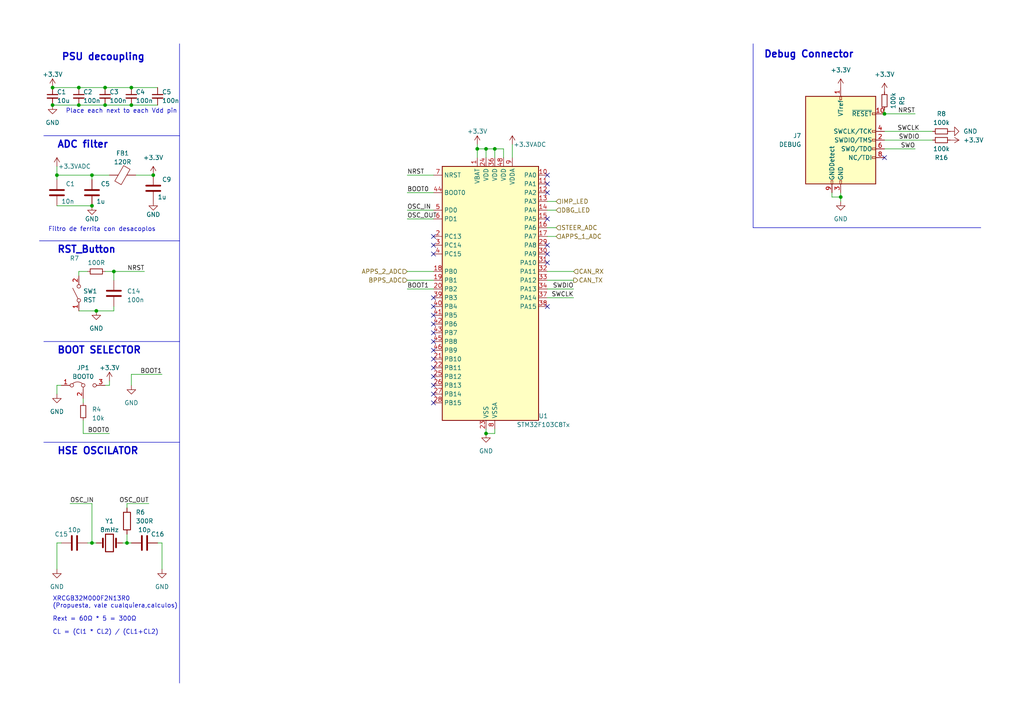
<source format=kicad_sch>
(kicad_sch (version 20231120) (generator "eeschema") (generator_version "8.0")
  (paper "A4")
  (lib_symbols
    (symbol "Connector:Conn_ARM_JTAG_SWD_10" (pin_names (offset 1.016))
      (property "Reference" "J" (at -2.54 16.51 0))
      (property "Value" "Conn_ARM_JTAG_SWD_10" (at -2.54 13.97 0))
      (symbol "Conn_ARM_JTAG_SWD_10_0_1"
        (rectangle (start -10.16 12.7) (end 10.16 -12.7) (stroke (width 0.254)) (fill (type background)))
        (rectangle (start -2.794 -12.7) (end -2.286 -11.684))
        (rectangle (start -0.254 -12.7) (end 0.254 -11.684))
        (rectangle (start -0.254 12.7) (end 0.254 11.684))
        (rectangle (start 9.144 2.286) (end 10.16 2.794))
        (rectangle (start 10.16 -2.794) (end 9.144 -2.286))
        (rectangle (start 10.16 -0.254) (end 9.144 0.254))
        (rectangle (start 10.16 7.874) (end 9.144 7.366))
      )
      (symbol "Conn_ARM_JTAG_SWD_10_1_1"
        (rectangle (start 9.144 -5.334) (end 10.16 -4.826))
        (pin power_in line (at 0 15.24 270) (length 2.54) (name "VTref") (number "1"))
        (pin open_collector line (at 12.7 7.62 180) (length 2.54) (name "~{RESET}") (number "10"))
        (pin bidirectional line (at 12.7 0 180) (length 2.54) (name "SWDIO/TMS") (number "2"))
        (pin power_in line (at 0 -15.24 90) (length 2.54) (name "GND") (number "3"))
        (pin output line (at 12.7 2.54 180) (length 2.54) (name "SWCLK/TCK") (number "4"))
        (pin passive line (at 0 -15.24 90) (length 2.54) hide (name "GND") (number "5"))
        (pin input line (at 12.7 -2.54 180) (length 2.54) (name "SWO/TDO") (number "6"))
        (pin no_connect line (at -10.16 0 0) (length 2.54) hide (name "KEY") (number "7"))
        (pin output line (at 12.7 -5.08 180) (length 2.54) (name "NC/TDI") (number "8"))
        (pin passive line (at -2.54 -15.24 90) (length 2.54) (name "GNDDetect") (number "9"))
      )
    )
    (symbol "Device:C" (pin_numbers hide) (pin_names (offset 0.254))
      (property "Reference" "C" (at 0.635 2.54 0))
      (property "Value" "C" (at 0.635 -2.54 0))
      (symbol "C_0_1"
        (polyline (pts (xy -2.032 -0.762) (xy 2.032 -0.762)) (stroke (width 0.508)))
        (polyline (pts (xy -2.032 0.762) (xy 2.032 0.762)) (stroke (width 0.508)))
      )
      (symbol "C_1_1"
        (pin passive line (at 0 3.81 270) (length 2.794) (name "~") (number "1"))
        (pin passive line (at 0 -3.81 90) (length 2.794) (name "~") (number "2"))
      )
    )
    (symbol "Device:C_Small" (pin_numbers hide) (pin_names (offset 0.254) hide)
      (property "Reference" "C" (at 0.254 1.778 0))
      (property "Value" "C_Small" (at 0.254 -2.032 0))
      (symbol "C_Small_0_1"
        (polyline (pts (xy -1.524 -0.508) (xy 1.524 -0.508)) (stroke (width 0.3302)))
        (polyline (pts (xy -1.524 0.508) (xy 1.524 0.508)) (stroke (width 0.3048)))
      )
      (symbol "C_Small_1_1"
        (pin passive line (at 0 2.54 270) (length 2.032) (name "~") (number "1"))
        (pin passive line (at 0 -2.54 90) (length 2.032) (name "~") (number "2"))
      )
    )
    (symbol "Device:Crystal" (pin_numbers hide) (pin_names (offset 1.016) hide)
      (property "Reference" "Y" (at 0 3.81 0))
      (property "Value" "Crystal" (at 0 -3.81 0))
      (symbol "Crystal_0_1"
        (rectangle (start -1.143 2.54) (end 1.143 -2.54) (stroke (width 0.3048)))
        (polyline (pts (xy -2.54 0) (xy -1.905 0)))
        (polyline (pts (xy -1.905 -1.27) (xy -1.905 1.27)) (stroke (width 0.508)))
        (polyline (pts (xy 1.905 -1.27) (xy 1.905 1.27)) (stroke (width 0.508)))
        (polyline (pts (xy 2.54 0) (xy 1.905 0)))
      )
      (symbol "Crystal_1_1"
        (pin passive line (at -3.81 0 0) (length 1.27) (name "1") (number "1"))
        (pin passive line (at 3.81 0 180) (length 1.27) (name "2") (number "2"))
      )
    )
    (symbol "Device:FerriteBead" (pin_numbers hide) (pin_names (offset 0))
      (property "Reference" "FB" (at -3.81 0.635 90))
      (property "Value" "FerriteBead" (at 3.81 0 90))
      (symbol "FerriteBead_0_1"
        (polyline (pts (xy 0 -1.27) (xy 0 -1.2192)))
        (polyline (pts (xy 0 1.27) (xy 0 1.2954)))
        (polyline (pts (xy -2.7686 0.4064) (xy -1.7018 2.2606) (xy 2.7686 -0.3048) (xy 1.6764 -2.159) (xy -2.7686 0.4064)))
      )
      (symbol "FerriteBead_1_1"
        (pin passive line (at 0 3.81 270) (length 2.54) (name "~") (number "1"))
        (pin passive line (at 0 -3.81 90) (length 2.54) (name "~") (number "2"))
      )
    )
    (symbol "Device:R" (pin_numbers hide) (pin_names (offset 0))
      (property "Reference" "R" (at 2.032 0 90))
      (property "Value" "R" (at 0 0 90))
      (symbol "R_0_1"
        (rectangle (start -1.016 -2.54) (end 1.016 2.54) (stroke (width 0.254)))
      )
      (symbol "R_1_1"
        (pin passive line (at 0 3.81 270) (length 1.27) (name "~") (number "1"))
        (pin passive line (at 0 -3.81 90) (length 1.27) (name "~") (number "2"))
      )
    )
    (symbol "Device:R_Small" (pin_numbers hide) (pin_names (offset 0.254) hide)
      (property "Reference" "R" (at 0.762 0.508 0))
      (property "Value" "R_Small" (at 0.762 -1.016 0))
      (symbol "R_Small_0_1"
        (rectangle (start -0.762 1.778) (end 0.762 -1.778) (stroke (width 0.2032)))
      )
      (symbol "R_Small_1_1"
        (pin passive line (at 0 2.54 270) (length 0.762) (name "~") (number "1"))
        (pin passive line (at 0 -2.54 90) (length 0.762) (name "~") (number "2"))
      )
    )
    (symbol "GND_1" (power) (pin_names (offset 0))
      (property "Value" "GND_1" (at 0 -3.81 0))
      (symbol "GND_1_0_1"
        (polyline (pts (xy 0 0) (xy 0 -1.27) (xy 1.27 -1.27) (xy 0 -2.54) (xy -1.27 -1.27) (xy 0 -1.27)))
      )
      (symbol "GND_1_1_1"
        (pin power_in line (at 0 0 270) (length 0) hide (name "GND") (number "1"))
      )
    )
    (symbol "Jumper:Jumper_3_Bridged12" (pin_names (offset 0) hide)
      (property "Reference" "JP" (at -2.54 -2.54 0))
      (property "Value" "Jumper_3_Bridged12" (at 0 2.794 0))
      (symbol "Jumper_3_Bridged12_0_0"
        (circle (center -3.302 0) (radius 0.508))
        (circle (center 0 0) (radius 0.508))
        (circle (center 3.302 0) (radius 0.508))
      )
      (symbol "Jumper_3_Bridged12_0_1"
        (arc (start -0.254 0.508) (mid -1.651 0.9912) (end -3.048 0.508))
        (polyline (pts (xy 0 -1.27) (xy 0 -0.508)))
      )
      (symbol "Jumper_3_Bridged12_1_1"
        (pin passive line (at -6.35 0 0) (length 2.54) (name "A") (number "1"))
        (pin passive line (at 0 -3.81 90) (length 2.54) (name "C") (number "2"))
        (pin passive line (at 6.35 0 180) (length 2.54) (name "B") (number "3"))
      )
    )
    (symbol "MCU_ST_STM32F1:STM32F103C8Tx"
      (property "Reference" "U" (at -12.7 39.37 0))
      (property "Value" "STM32F103C8Tx" (at 10.16 39.37 0))
      (symbol "STM32F103C8Tx_0_1"
        (rectangle (start -12.7 -35.56) (end 15.24 38.1) (stroke (width 0.254)) (fill (type background)))
      )
      (symbol "STM32F103C8Tx_1_1"
        (pin power_in line (at -2.54 40.64 270) (length 2.54) (name "VBAT") (number "1"))
        (pin bidirectional line (at 17.78 35.56 180) (length 2.54) (name "PA0") (number "10"))
        (pin bidirectional line (at 17.78 33.02 180) (length 2.54) (name "PA1") (number "11"))
        (pin bidirectional line (at 17.78 30.48 180) (length 2.54) (name "PA2") (number "12"))
        (pin bidirectional line (at 17.78 27.94 180) (length 2.54) (name "PA3") (number "13"))
        (pin bidirectional line (at 17.78 25.4 180) (length 2.54) (name "PA4") (number "14"))
        (pin bidirectional line (at 17.78 22.86 180) (length 2.54) (name "PA5") (number "15"))
        (pin bidirectional line (at 17.78 20.32 180) (length 2.54) (name "PA6") (number "16"))
        (pin bidirectional line (at 17.78 17.78 180) (length 2.54) (name "PA7") (number "17"))
        (pin bidirectional line (at -15.24 7.62 0) (length 2.54) (name "PB0") (number "18"))
        (pin bidirectional line (at -15.24 5.08 0) (length 2.54) (name "PB1") (number "19"))
        (pin bidirectional line (at -15.24 17.78 0) (length 2.54) (name "PC13") (number "2"))
        (pin bidirectional line (at -15.24 2.54 0) (length 2.54) (name "PB2") (number "20"))
        (pin bidirectional line (at -15.24 -17.78 0) (length 2.54) (name "PB10") (number "21"))
        (pin bidirectional line (at -15.24 -20.32 0) (length 2.54) (name "PB11") (number "22"))
        (pin power_in line (at 0 -38.1 90) (length 2.54) (name "VSS") (number "23"))
        (pin power_in line (at 0 40.64 270) (length 2.54) (name "VDD") (number "24"))
        (pin bidirectional line (at -15.24 -22.86 0) (length 2.54) (name "PB12") (number "25"))
        (pin bidirectional line (at -15.24 -25.4 0) (length 2.54) (name "PB13") (number "26"))
        (pin bidirectional line (at -15.24 -27.94 0) (length 2.54) (name "PB14") (number "27"))
        (pin bidirectional line (at -15.24 -30.48 0) (length 2.54) (name "PB15") (number "28"))
        (pin bidirectional line (at 17.78 15.24 180) (length 2.54) (name "PA8") (number "29"))
        (pin bidirectional line (at -15.24 15.24 0) (length 2.54) (name "PC14") (number "3"))
        (pin bidirectional line (at 17.78 12.7 180) (length 2.54) (name "PA9") (number "30"))
        (pin bidirectional line (at 17.78 10.16 180) (length 2.54) (name "PA10") (number "31"))
        (pin bidirectional line (at 17.78 7.62 180) (length 2.54) (name "PA11") (number "32"))
        (pin bidirectional line (at 17.78 5.08 180) (length 2.54) (name "PA12") (number "33"))
        (pin bidirectional line (at 17.78 2.54 180) (length 2.54) (name "PA13") (number "34"))
        (pin passive line (at 0 -38.1 90) (length 2.54) hide (name "VSS") (number "35"))
        (pin power_in line (at 2.54 40.64 270) (length 2.54) (name "VDD") (number "36"))
        (pin bidirectional line (at 17.78 0 180) (length 2.54) (name "PA14") (number "37"))
        (pin bidirectional line (at 17.78 -2.54 180) (length 2.54) (name "PA15") (number "38"))
        (pin bidirectional line (at -15.24 0 0) (length 2.54) (name "PB3") (number "39"))
        (pin bidirectional line (at -15.24 12.7 0) (length 2.54) (name "PC15") (number "4"))
        (pin bidirectional line (at -15.24 -2.54 0) (length 2.54) (name "PB4") (number "40"))
        (pin bidirectional line (at -15.24 -5.08 0) (length 2.54) (name "PB5") (number "41"))
        (pin bidirectional line (at -15.24 -7.62 0) (length 2.54) (name "PB6") (number "42"))
        (pin bidirectional line (at -15.24 -10.16 0) (length 2.54) (name "PB7") (number "43"))
        (pin input line (at -15.24 30.48 0) (length 2.54) (name "BOOT0") (number "44"))
        (pin bidirectional line (at -15.24 -12.7 0) (length 2.54) (name "PB8") (number "45"))
        (pin bidirectional line (at -15.24 -15.24 0) (length 2.54) (name "PB9") (number "46"))
        (pin passive line (at 0 -38.1 90) (length 2.54) hide (name "VSS") (number "47"))
        (pin power_in line (at 5.08 40.64 270) (length 2.54) (name "VDD") (number "48"))
        (pin bidirectional line (at -15.24 25.4 0) (length 2.54) (name "PD0") (number "5"))
        (pin bidirectional line (at -15.24 22.86 0) (length 2.54) (name "PD1") (number "6"))
        (pin input line (at -15.24 35.56 0) (length 2.54) (name "NRST") (number "7"))
        (pin power_in line (at 2.54 -38.1 90) (length 2.54) (name "VSSA") (number "8"))
        (pin power_in line (at 7.62 40.64 270) (length 2.54) (name "VDDA") (number "9"))
      )
    )
    (symbol "Switch:SW_SPST" (pin_names (offset 0) hide)
      (property "Reference" "SW" (at 0 3.175 0))
      (property "Value" "SW_SPST" (at 0 -2.54 0))
      (symbol "SW_SPST_0_0"
        (circle (center -2.032 0) (radius 0.508))
        (polyline (pts (xy -1.524 0.254) (xy 1.524 1.778)))
        (circle (center 2.032 0) (radius 0.508))
      )
      (symbol "SW_SPST_1_1"
        (pin passive line (at -5.08 0 0) (length 2.54) (name "A") (number "1"))
        (pin passive line (at 5.08 0 180) (length 2.54) (name "B") (number "2"))
      )
    )
    (symbol "power:+3.3V" (power) (pin_names (offset 0))
      (property "Value" "+3.3V" (at 0 3.556 0))
      (symbol "+3.3V_0_1"
        (polyline (pts (xy -0.762 1.27) (xy 0 2.54)))
        (polyline (pts (xy 0 0) (xy 0 2.54)))
        (polyline (pts (xy 0 2.54) (xy 0.762 1.27)))
      )
      (symbol "+3.3V_1_1"
        (pin power_in line (at 0 0 90) (length 0) hide (name "+3.3V") (number "1"))
      )
    )
    (symbol "power:+3.3VADC" (power) (pin_numbers hide) (pin_names (offset 0) hide)
      (property "Value" "+3.3VADC" (at 0 2.54 0))
      (symbol "+3.3VADC_0_0"
        (pin power_in line (at 0 0 90) (length 0) hide (name "+3.3VADC") (number "1"))
      )
      (symbol "+3.3VADC_0_1"
        (polyline (pts (xy -0.762 1.27) (xy 0 2.54)))
        (polyline (pts (xy 0 0) (xy 0 2.54)))
        (polyline (pts (xy 0 2.54) (xy 0.762 1.27)))
      )
    )
    (symbol "power:GND" (power) (pin_names (offset 0))
      (property "Value" "GND" (at 0 -3.81 0))
      (symbol "GND_0_1"
        (polyline (pts (xy 0 0) (xy 0 -1.27) (xy 1.27 -1.27) (xy 0 -2.54) (xy -1.27 -1.27) (xy 0 -1.27)))
      )
      (symbol "GND_1_1"
        (pin power_in line (at 0 0 270) (length 0) hide (name "GND") (number "1"))
      )
    )
  )
  (junction (at 15.24 25.4))
  (junction (at 26.67 157.48))
  (junction (at 22.86 30.48))
  (junction (at 256.54 33.02))
  (junction (at 140.97 125.73))
  (junction (at 138.43 43.18))
  (junction (at 143.51 43.18))
  (junction (at 16.51 50.8))
  (junction (at 44.45 50.8))
  (junction (at 36.83 157.48))
  (junction (at 38.1 30.48))
  (junction (at 30.48 25.4))
  (junction (at 33.02 78.74))
  (junction (at 243.84 57.15))
  (junction (at 27.94 90.17))
  (junction (at 38.1 25.4))
  (junction (at 26.67 59.69))
  (junction (at 30.48 30.48))
  (junction (at 26.67 50.8))
  (junction (at 22.86 25.4))
  (junction (at 15.24 30.48))
  (junction (at 140.97 43.18))
  (no_connect (at 125.73 96.52))
  (no_connect (at 125.73 111.76))
  (no_connect (at 125.73 93.98))
  (no_connect (at 125.73 114.3))
  (no_connect (at 125.73 99.06))
  (no_connect (at 158.75 55.88))
  (no_connect (at 125.73 73.66))
  (no_connect (at 125.73 101.6))
  (no_connect (at 125.73 68.58))
  (no_connect (at 158.75 53.34))
  (no_connect (at 125.73 71.12))
  (no_connect (at 158.75 63.5))
  (no_connect (at 125.73 91.44))
  (no_connect (at 158.75 76.2))
  (no_connect (at 158.75 88.9))
  (no_connect (at 125.73 116.84))
  (no_connect (at 125.73 88.9))
  (no_connect (at 125.73 86.36))
  (no_connect (at 158.75 73.66))
  (no_connect (at 125.73 106.68))
  (no_connect (at 125.73 109.22))
  (no_connect (at 125.73 104.14))
  (no_connect (at 256.54 45.72))
  (no_connect (at 158.75 50.8))
  (no_connect (at 158.75 71.12))
  (wire (pts (xy 22.86 30.48) (xy 30.48 30.48)))
  (wire (pts (xy 16.51 165.1) (xy 16.51 157.48)))
  (wire (pts (xy 118.11 60.96) (xy 125.73 60.96)))
  (wire (pts (xy 158.75 83.82) (xy 166.37 83.82)))
  (wire (pts (xy 15.24 25.4) (xy 22.86 25.4)))
  (wire (pts (xy 46.99 165.1) (xy 46.99 157.48)))
  (wire (pts (xy 30.48 25.4) (xy 38.1 25.4)))
  (wire (pts (xy 26.67 50.8) (xy 31.75 50.8)))
  (wire (pts (xy 146.05 43.18) (xy 146.05 45.72)))
  (wire (pts (xy 30.48 78.74) (xy 33.02 78.74)))
  (wire (pts (xy 158.75 66.04) (xy 161.29 66.04)))
  (wire (pts (xy 38.1 25.4) (xy 45.72 25.4)))
  (wire (pts (xy 22.86 78.74) (xy 25.4 78.74)))
  (wire (pts (xy 16.51 157.48) (xy 17.78 157.48)))
  (wire (pts (xy 35.56 157.48) (xy 36.83 157.48)))
  (wire (pts (xy 241.3 57.15) (xy 243.84 57.15)))
  (wire (pts (xy 256.54 38.1) (xy 270.51 38.1)))
  (polyline (pts (xy 11.43 69.85) (xy 52.07 69.85)))
  (wire (pts (xy 265.43 43.18) (xy 256.54 43.18)))
  (wire (pts (xy 158.75 68.58) (xy 161.29 68.58)))
  (wire (pts (xy 243.84 58.42) (xy 243.84 57.15)))
  (wire (pts (xy 22.86 80.01) (xy 22.86 78.74)))
  (wire (pts (xy 16.51 59.69) (xy 26.67 59.69)))
  (wire (pts (xy 36.83 157.48) (xy 38.1 157.48)))
  (wire (pts (xy 16.51 48.26) (xy 16.51 50.8)))
  (wire (pts (xy 138.43 45.72) (xy 138.43 43.18)))
  (wire (pts (xy 36.83 146.05) (xy 43.18 146.05)))
  (wire (pts (xy 31.75 110.49) (xy 31.75 111.76)))
  (wire (pts (xy 118.11 78.74) (xy 125.73 78.74)))
  (wire (pts (xy 241.3 55.88) (xy 241.3 57.15)))
  (wire (pts (xy 138.43 41.91) (xy 138.43 43.18)))
  (wire (pts (xy 24.13 125.73) (xy 31.75 125.73)))
  (wire (pts (xy 143.51 125.73) (xy 140.97 125.73)))
  (polyline (pts (xy 12.7 39.37) (xy 52.07 39.37)))
  (wire (pts (xy 125.73 81.28) (xy 118.11 81.28)))
  (wire (pts (xy 138.43 43.18) (xy 140.97 43.18)))
  (wire (pts (xy 118.11 63.5) (xy 125.73 63.5)))
  (wire (pts (xy 16.51 50.8) (xy 26.67 50.8)))
  (wire (pts (xy 118.11 83.82) (xy 125.73 83.82)))
  (polyline (pts (xy 52.07 99.06) (xy 52.07 69.85)))
  (wire (pts (xy 158.75 86.36) (xy 166.37 86.36)))
  (wire (pts (xy 148.59 41.91) (xy 148.59 45.72)))
  (wire (pts (xy 161.29 60.96) (xy 158.75 60.96)))
  (wire (pts (xy 26.67 157.48) (xy 26.67 146.05)))
  (wire (pts (xy 270.51 40.64) (xy 256.54 40.64)))
  (polyline (pts (xy 218.44 66.04) (xy 284.48 66.04)))
  (polyline (pts (xy 218.44 12.7) (xy 218.44 66.04)))
  (wire (pts (xy 143.51 43.18) (xy 146.05 43.18)))
  (wire (pts (xy 26.67 50.8) (xy 26.67 52.07)))
  (wire (pts (xy 118.11 55.88) (xy 125.73 55.88)))
  (wire (pts (xy 16.51 114.3) (xy 16.51 111.76)))
  (wire (pts (xy 33.02 78.74) (xy 41.91 78.74)))
  (wire (pts (xy 33.02 88.9) (xy 33.02 90.17)))
  (wire (pts (xy 16.51 50.8) (xy 16.51 52.07)))
  (wire (pts (xy 20.32 146.05) (xy 26.67 146.05)))
  (wire (pts (xy 143.51 43.18) (xy 143.51 45.72)))
  (wire (pts (xy 256.54 31.75) (xy 256.54 33.02)))
  (wire (pts (xy 30.48 30.48) (xy 38.1 30.48)))
  (wire (pts (xy 140.97 43.18) (xy 143.51 43.18)))
  (polyline (pts (xy 12.7 99.06) (xy 52.07 99.06)))
  (wire (pts (xy 243.84 57.15) (xy 243.84 55.88)))
  (wire (pts (xy 16.51 111.76) (xy 17.78 111.76)))
  (wire (pts (xy 36.83 154.94) (xy 36.83 157.48)))
  (wire (pts (xy 143.51 124.46) (xy 143.51 125.73)))
  (wire (pts (xy 161.29 58.42) (xy 158.75 58.42)))
  (wire (pts (xy 38.1 111.76) (xy 38.1 108.585)))
  (wire (pts (xy 25.4 157.48) (xy 26.67 157.48)))
  (wire (pts (xy 38.1 30.48) (xy 45.72 30.48)))
  (wire (pts (xy 118.11 50.8) (xy 125.73 50.8)))
  (wire (pts (xy 38.1 108.585) (xy 46.99 108.585)))
  (wire (pts (xy 158.75 78.74) (xy 166.37 78.74)))
  (wire (pts (xy 158.75 81.28) (xy 166.37 81.28)))
  (polyline (pts (xy 52.07 128.27) (xy 52.07 198.12)))
  (polyline (pts (xy 52.07 12.7) (xy 52.07 39.37)))
  (wire (pts (xy 256.54 33.02) (xy 265.43 33.02)))
  (polyline (pts (xy 52.07 39.37) (xy 52.07 69.85)))
  (wire (pts (xy 46.99 157.48) (xy 45.72 157.48)))
  (polyline (pts (xy 52.07 128.27) (xy 52.07 99.06)))
  (wire (pts (xy 31.75 111.76) (xy 30.48 111.76)))
  (wire (pts (xy 36.83 147.32) (xy 36.83 146.05)))
  (wire (pts (xy 15.24 30.48) (xy 22.86 30.48)))
  (wire (pts (xy 33.02 78.74) (xy 33.02 81.28)))
  (wire (pts (xy 44.45 50.8) (xy 39.37 50.8)))
  (polyline (pts (xy 12.7 128.27) (xy 52.07 128.27)))
  (wire (pts (xy 22.86 25.4) (xy 30.48 25.4)))
  (wire (pts (xy 24.13 115.57) (xy 24.13 116.84)))
  (wire (pts (xy 140.97 124.46) (xy 140.97 125.73)))
  (wire (pts (xy 27.94 90.17) (xy 22.86 90.17)))
  (wire (pts (xy 24.13 121.92) (xy 24.13 125.73)))
  (wire (pts (xy 33.02 90.17) (xy 27.94 90.17)))
  (wire (pts (xy 26.67 157.48) (xy 27.94 157.48)))
  (wire (pts (xy 140.97 43.18) (xy 140.97 45.72)))
  (text "ADC filter" (at 16.51 43.18 0) (effects (font (size 2 2) (thickness 0.4) (bold yes)) (justify left bottom)))
  (text "RST_Button" (at 16.51 73.66 0) (effects (font (size 2 2) (thickness 0.4) (bold yes)) (justify left bottom)))
  (text "PSU decoupling" (at 17.78 17.78 0) (effects (font (size 2 2) (thickness 0.4) (bold yes)) (justify left bottom)))
  (text "Place each next to each Vdd pin\n" (at 19.05 33.02 0) (effects (font (size 1.27 1.27)) (justify left bottom)))
  (text "BOOT SELECTOR" (at 16.51 102.87 0) (effects (font (size 2 2) (thickness 0.4) (bold yes)) (justify left bottom)))
  (text "HSE OSCILATOR" (at 16.51 132.08 0) (effects (font (size 2 2) (thickness 0.4) (bold yes)) (justify left bottom)))
  (text "Filtro de ferrita con desacoplos \n" (at 13.97 67.31 0) (effects (font (size 1.27 1.27)) (justify left bottom)))
  (text "Rext = 60Ω * 5 = 300Ω" (at 15.24 180.34 0) (effects (font (size 1.27 1.27)) (justify left bottom)))
  (text "XRCGB32M000F2N13R0 \n(Propuesta, vale cualquiera,calculos)\n" (at 15.24 176.53 0) (effects (font (size 1.27 1.27)) (justify left bottom)))
  (text "CL = (Cl1 * CL2) / (CL1+CL2)" (at 15.24 184.15 0) (effects (font (size 1.27 1.27)) (justify left bottom)))
  (text "Debug Connector" (at 221.488 17.018 0) (effects (font (size 2 2) (thickness 0.4) (bold yes)) (justify left bottom)))
  (label "SWCLK" (at 166.37 86.36 180))
  (label "BOOT1" (at 118.11 83.82 0))
  (label "OSC_IN" (at 118.11 60.96 0))
  (label "OSC_OUT" (at 43.18 146.05 180))
  (label "NRST" (at 265.43 33.02 180))
  (label "BOOT0" (at 118.11 55.88 0))
  (label "SWDIO" (at 166.37 83.82 180))
  (label "NRST" (at 118.11 50.8 0))
  (label "NRST" (at 41.91 78.74 180))
  (label "SWDIO" (at 266.7 40.64 180))
  (label "SWO" (at 265.43 43.18 180))
  (label "SWCLK" (at 266.7 38.1 180))
  (label "OSC_IN" (at 20.32 146.05 0))
  (label "OSC_OUT" (at 118.11 63.5 0))
  (label "BOOT0" (at 31.75 125.73 180))
  (label "BOOT1" (at 46.99 108.585 180))
  (hierarchical_label "CAN_RX" (shape input) (at 166.37 78.74 0))
  (hierarchical_label "APPS_2_ADC" (shape input) (at 118.11 78.74 180))
  (hierarchical_label "APPS_1_ADC" (shape input) (at 161.29 68.58 0))
  (hierarchical_label "DBG_LED" (shape input) (at 161.29 60.96 0))
  (hierarchical_label "BPPS_ADC" (shape input) (at 118.11 81.28 180))
  (hierarchical_label "STEER_ADC" (shape input) (at 161.29 66.04 0))
  (hierarchical_label "IMP_LED" (shape input) (at 161.29 58.42 0))
  (hierarchical_label "CAN_TX" (shape output) (at 166.37 81.28 0))
  (symbol (lib_id "Device:C") (at 16.51 55.88 0) (unit 1)
    (property "Reference" "C1" (at 19.05 53.34 0) (effects (justify left)))
    (property "Value" "10n" (at 17.78 58.42 0) (effects (justify left)))
    (property "Footprint" "Capacitor_SMD:C_0402_1005Metric_Pad0.74x0.62mm_HandSolder" (effects (hide yes)))
    (instances (project "TER_MAIN_MODULE" (path "" (reference "C1") (unit 1))) (project "TER_PEDAL" (path "" (reference "C6") (unit 1))))
  )
  (symbol (lib_id "power:GND") (at 16.51 114.3 0) (unit 1)
    (property "Reference" "#PWR021" (effects (hide yes)))
    (property "Value" "GND" (at 16.51 119.38 0))
  )
  (symbol (lib_id "power:+3.3V") (at 138.43 41.91 0) (unit 1)
    (property "Reference" "#PWR08" (effects (hide yes)))
    (property "Value" "+3.3V" (at 138.43 38.1 0))
  )
  (symbol (lib_id "power:GND") (at 26.67 59.69 0) (unit 1)
    (property "Reference" "#PWR0117" (effects (hide yes)))
    (property "Value" "GND" (at 26.67 63.5 0))
    (instances (project "TER_MAIN_MODULE" (path "" (reference "#PWR0117") (unit 1))) (project "TER_PEDAL" (path "" (reference "#PWR05") (unit 1))))
  )
  (symbol (lib_id "Device:R_Small") (at 27.94 78.74 90) (unit 1)
    (property "Reference" "R7" (at 21.59 74.93 90))
    (property "Value" "100R" (at 27.94 76.2 90))
    (property "Footprint" "Resistor_SMD:R_0603_1608Metric" (effects (hide yes)))
  )
  (symbol (lib_id "Device:C_Small") (at 15.24 27.94 0) (unit 1)
    (property "Reference" "C1" (at 16.51 26.67 0) (effects (justify left)))
    (property "Value" "10u" (at 16.51 29.21 0) (effects (justify left)))
    (property "Footprint" "Capacitor_SMD:C_0805_2012Metric" (effects (hide yes)))
  )
  (symbol (lib_id "Connector:Conn_ARM_JTAG_SWD_10") (at 243.84 40.64 0) (unit 1)
    (property "Reference" "J7" (at 232.41 39.3699 0) (effects (justify right)))
    (property "Value" "DEBUG" (at 232.41 41.9099 0) (effects (justify right)))
    (property "Footprint" "Connector_PinHeader_1.27mm:PinHeader_2x05_P1.27mm_Vertical" (effects (hide yes)))
    (property "Datasheet" "http://infocenter.arm.com/help/topic/com.arm.doc.ddi0314h/DDI0314H_coresight_components_trm.pdf" (effects (hide yes)))
    (property "Description" "Cortex Debug Connector, standard ARM Cortex-M SWD and JTAG interface" (effects (hide yes)))
  )
  (symbol (lib_id "power:+3.3VADC") (at 148.59 41.91 0) (unit 1)
    (property "Reference" "#PWR0115" (effects (hide yes)))
    (property "Value" "+3.3VADC" (at 153.67 41.91 0))
    (instances (project "TER_MAIN_MODULE" (path "" (reference "#PWR0115") (unit 1))) (project "TER_PEDAL" (path "" (reference "#PWR09") (unit 1))))
  )
  (symbol (lib_id "Device:R_Small") (at 273.05 40.64 270) (unit 1)
    (property "Reference" "R16" (at 273.05 45.72 90))
    (property "Value" "100k" (at 273.05 43.18 90))
    (property "Footprint" "Resistor_SMD:R_0603_1608Metric" (effects (hide yes)))
    (property "Description" "Resistor, small symbol" (effects (hide yes)))
  )
  (symbol (lib_id "Device:C_Small") (at 38.1 27.94 0) (unit 1)
    (property "Reference" "C4" (at 39.37 26.67 0) (effects (justify left)))
    (property "Value" "100n" (at 39.37 29.21 0) (effects (justify left)))
    (property "Footprint" "Capacitor_SMD:C_0402_1005Metric" (effects (hide yes)))
  )
  (symbol (lib_id "Device:C") (at 21.59 157.48 90) (unit 1)
    (property "Reference" "C15" (at 17.78 154.94 90))
    (property "Value" "10p" (at 21.59 153.67 90))
    (property "Footprint" "Capacitor_SMD:C_0603_1608Metric" (effects (hide yes)))
  )
  (symbol (lib_id "Jumper:Jumper_3_Bridged12") (at 24.13 111.76 0) (unit 1)
    (property "Reference" "JP1" (at 24.13 106.68 0))
    (property "Value" "BOOT0" (at 24.13 109.22 0))
    (property "Footprint" "Connector_PinHeader_2.00mm:PinHeader_1x03_P2.00mm_Vertical" (effects (hide yes)))
  )
  (symbol (lib_id "MCU_ST_STM32F1:STM32F103C8Tx") (at 140.97 86.36 0) (unit 1)
    (property "Reference" "U1" (at 156.21 120.65 0) (effects (justify left)))
    (property "Value" "STM32F103C8Tx" (at 149.86 123.19 0) (effects (justify left)))
    (property "Footprint" "Package_QFP:LQFP-48_7x7mm_P0.5mm" (effects (hide yes)))
    (property "Datasheet" "https://www.st.com/resource/en/datasheet/stm32f103c8.pdf" (effects (hide yes)))
  )
  (symbol (lib_id "power:+3.3V") (at 44.45 50.8 0) (unit 1)
    (property "Reference" "#PWR0118" (effects (hide yes)))
    (property "Value" "+3.3V" (at 44.45 45.72 0))
    (instances (project "TER_MAIN_MODULE" (path "" (reference "#PWR0118") (unit 1))) (project "TER_PEDAL" (path "" (reference "#PWR06") (unit 1))))
  )
  (symbol (lib_id "Device:C_Small") (at 45.72 27.94 0) (unit 1)
    (property "Reference" "C5" (at 46.99 26.67 0) (effects (justify left)))
    (property "Value" "100n" (at 46.99 29.21 0) (effects (justify left)))
    (property "Footprint" "Capacitor_SMD:C_0402_1005Metric" (effects (hide yes)))
  )
  (symbol (lib_name "GND_1") (lib_id "power:GND") (at 243.84 58.42 0) (unit 1)
    (property "Reference" "#PWR028" (effects (hide yes)))
    (property "Value" "GND" (at 243.84 63.5 0))
  )
  (symbol (lib_id "power:+3.3V") (at 31.75 110.49 0) (unit 1)
    (property "Reference" "#PWR024" (effects (hide yes)))
    (property "Value" "+3.3V" (at 31.75 106.68 0))
  )
  (symbol (lib_id "Device:Crystal") (at 31.75 157.48 0) (unit 1)
    (property "Reference" "Y1" (at 31.75 151.13 0))
    (property "Value" "8mHz" (at 31.75 153.67 0))
    (property "Footprint" "Crystal:Crystal_SMD_5032-2Pin_5.0x3.2mm" (effects (hide yes)))
  )
  (symbol (lib_id "Device:R") (at 36.83 151.13 0) (unit 1)
    (property "Reference" "R6" (at 39.37 148.59 0) (effects (justify left)))
    (property "Value" "300R" (at 39.37 151.13 0) (effects (justify left)))
    (property "Footprint" "Resistor_SMD:R_0402_1005Metric" (effects (hide yes)))
  )
  (symbol (lib_id "power:GND") (at 38.1 111.76 0) (unit 1)
    (property "Reference" "#PWR022" (effects (hide yes)))
    (property "Value" "GND" (at 38.1 116.84 0))
  )
  (symbol (lib_id "power:GND") (at 44.45 58.42 0) (unit 1)
    (property "Reference" "#PWR0119" (effects (hide yes)))
    (property "Value" "GND" (at 44.45 62.23 0))
    (instances (project "TER_MAIN_MODULE" (path "" (reference "#PWR0119") (unit 1))) (project "TER_PEDAL" (path "" (reference "#PWR07") (unit 1))))
  )
  (symbol (lib_id "Device:C_Small") (at 22.86 27.94 0) (unit 1)
    (property "Reference" "C2" (at 24.13 26.67 0) (effects (justify left)))
    (property "Value" "100n" (at 24.13 29.21 0) (effects (justify left)))
    (property "Footprint" "Capacitor_SMD:C_0402_1005Metric" (effects (hide yes)))
  )
  (symbol (lib_id "power:GND") (at 46.99 165.1 0) (unit 1)
    (property "Reference" "#PWR026" (effects (hide yes)))
    (property "Value" "GND" (at 46.99 170.18 0))
  )
  (symbol (lib_name "GND_1") (lib_id "power:GND") (at 275.59 38.1 90) (unit 1)
    (property "Reference" "#PWR052" (effects (hide yes)))
    (property "Value" "GND" (at 279.4 38.0999 90) (effects (justify right)))
  )
  (symbol (lib_id "Device:C_Small") (at 30.48 27.94 0) (unit 1)
    (property "Reference" "C3" (at 31.75 26.67 0) (effects (justify left)))
    (property "Value" "100n" (at 31.75 29.21 0) (effects (justify left)))
    (property "Footprint" "Capacitor_SMD:C_0402_1005Metric" (effects (hide yes)))
  )
  (symbol (lib_id "Device:C") (at 33.02 85.09 0) (unit 1)
    (property "Reference" "C14" (at 36.83 84.455 0) (effects (justify left)))
    (property "Value" "100n" (at 36.83 86.995 0) (effects (justify left)))
    (property "Footprint" "Capacitor_SMD:C_0603_1608Metric" (effects (hide yes)))
  )
  (symbol (lib_id "power:GND") (at 27.94 90.17 0) (unit 1)
    (property "Reference" "#PWR020" (effects (hide yes)))
    (property "Value" "GND" (at 27.94 95.25 0))
  )
  (symbol (lib_id "Switch:SW_SPST") (at 22.86 85.09 90) (unit 1)
    (property "Reference" "SW1" (at 24.13 84.455 90) (effects (justify right)))
    (property "Value" "RST" (at 24.13 86.995 90) (effects (justify right)))
    (property "Footprint" "Button_Switch_SMD:SW_Tactile_SPST_NO_Straight_CK_PTS636Sx25SMTRLFS" (effects (hide yes)))
  )
  (symbol (lib_id "Device:R_Small") (at 24.13 119.38 0) (unit 1)
    (property "Reference" "R4" (at 26.67 118.745 0) (effects (justify left)))
    (property "Value" "10k" (at 26.67 121.285 0) (effects (justify left)))
    (property "Footprint" "Resistor_SMD:R_0603_1608Metric" (effects (hide yes)))
  )
  (symbol (lib_id "power:+3.3V") (at 275.59 40.64 270) (unit 1)
    (property "Reference" "#PWR053" (effects (hide yes)))
    (property "Value" "+3.3V" (at 279.4 40.6399 90) (effects (justify left)))
  )
  (symbol (lib_id "power:+3.3V") (at 243.84 25.4 0) (unit 1)
    (property "Reference" "#PWR027" (effects (hide yes)))
    (property "Value" "+3.3V" (at 243.84 20.32 0))
  )
  (symbol (lib_id "power:GND") (at 140.97 125.73 0) (unit 1)
    (property "Reference" "#PWR03" (effects (hide yes)))
    (property "Value" "GND" (at 140.97 130.81 0))
  )
  (symbol (lib_id "power:+3.3VADC") (at 16.51 48.26 0) (unit 1)
    (property "Reference" "#PWR0115" (effects (hide yes)))
    (property "Value" "+3.3VADC" (at 21.59 48.26 0))
    (instances (project "TER_MAIN_MODULE" (path "" (reference "#PWR0115") (unit 1))) (project "TER_PEDAL" (path "" (reference "#PWR04") (unit 1))))
  )
  (symbol (lib_id "power:GND") (at 16.51 165.1 0) (unit 1)
    (property "Reference" "#PWR025" (effects (hide yes)))
    (property "Value" "GND" (at 16.51 170.18 0))
  )
  (symbol (lib_id "power:+3.3V") (at 256.54 26.67 0) (unit 1)
    (property "Reference" "#PWR029" (effects (hide yes)))
    (property "Value" "+3.3V" (at 256.54 21.59 0))
  )
  (symbol (lib_id "Device:R_Small") (at 256.54 29.21 0) (unit 1)
    (property "Reference" "R5" (at 261.62 29.21 90))
    (property "Value" "100k" (at 259.08 29.21 90))
    (property "Footprint" "Resistor_SMD:R_0603_1608Metric" (effects (hide yes)))
    (property "Description" "Resistor, small symbol" (effects (hide yes)))
  )
  (symbol (lib_id "power:GND") (at 15.24 30.48 0) (unit 1)
    (property "Reference" "#PWR02" (effects (hide yes)))
    (property "Value" "GND" (at 15.24 35.56 0))
  )
  (symbol (lib_id "power:+3.3V") (at 15.24 25.4 0) (unit 1)
    (property "Reference" "#PWR01" (effects (hide yes)))
    (property "Value" "+3.3V" (at 15.24 21.59 0))
  )
  (symbol (lib_id "Device:R_Small") (at 273.05 38.1 90) (unit 1)
    (property "Reference" "R8" (at 273.05 33.02 90))
    (property "Value" "100k" (at 273.05 35.56 90))
    (property "Footprint" "Resistor_SMD:R_0603_1608Metric" (effects (hide yes)))
    (property "Description" "Resistor, small symbol" (effects (hide yes)))
  )
  (symbol (lib_id "Device:C") (at 26.67 55.88 0) (unit 1)
    (property "Reference" "C5" (at 29.21 53.34 0) (effects (justify left)))
    (property "Value" "1u" (at 27.94 58.42 0) (effects (justify left)))
    (property "Footprint" "Capacitor_SMD:C_0402_1005Metric_Pad0.74x0.62mm_HandSolder" (effects (hide yes)))
    (instances (project "TER_MAIN_MODULE" (path "" (reference "C5") (unit 1))) (project "TER_PEDAL" (path "" (reference "C7") (unit 1))))
  )
  (symbol (lib_id "Device:FerriteBead") (at 35.56 50.8 90) (unit 1)
    (property "Reference" "FB1" (at 35.56 44.45 90))
    (property "Value" "120R" (at 35.56 46.99 90))
    (property "Footprint" "Inductor_SMD:L_0805_2012Metric" (effects (hide yes)))
  )
  (symbol (lib_id "Device:C") (at 44.45 54.61 0) (unit 1)
    (property "Reference" "C9" (at 46.99 52.07 0) (effects (justify left)))
    (property "Value" "1u" (at 45.72 57.15 0) (effects (justify left)))
    (property "Footprint" "Capacitor_SMD:C_0402_1005Metric_Pad0.74x0.62mm_HandSolder" (effects (hide yes)))
    (instances (project "TER_MAIN_MODULE" (path "" (reference "C9") (unit 1))) (project "TER_PEDAL" (path "" (reference "C8") (unit 1))))
  )
  (symbol (lib_id "Device:C") (at 41.91 157.48 90) (unit 1)
    (property "Reference" "C16" (at 45.72 154.94 90))
    (property "Value" "10p" (at 41.91 153.67 90))
    (property "Footprint" "Capacitor_SMD:C_0603_1608Metric" (effects (hide yes)))
  )
)
</source>
